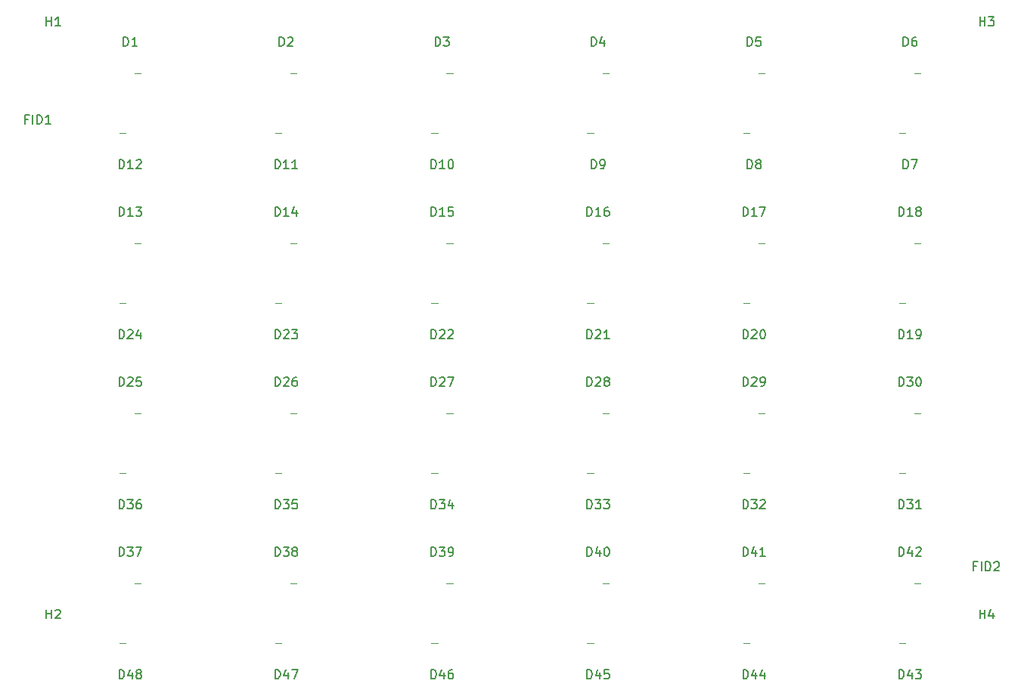
<source format=gbr>
G04 #@! TF.GenerationSoftware,KiCad,Pcbnew,(5.1.4-0-10_14)*
G04 #@! TF.CreationDate,2020-05-02T20:10:57-07:00*
G04 #@! TF.ProjectId,LED_Board_s_,4c45445f-426f-4617-9264-5f735f2e6b69,rev?*
G04 #@! TF.SameCoordinates,Original*
G04 #@! TF.FileFunction,Legend,Top*
G04 #@! TF.FilePolarity,Positive*
%FSLAX46Y46*%
G04 Gerber Fmt 4.6, Leading zero omitted, Abs format (unit mm)*
G04 Created by KiCad (PCBNEW (5.1.4-0-10_14)) date 2020-05-02 20:10:57*
%MOMM*%
%LPD*%
G04 APERTURE LIST*
%ADD10C,0.120000*%
%ADD11C,0.150000*%
G04 APERTURE END LIST*
D10*
X27360000Y-91047500D02*
X28060000Y-91047500D01*
X44820000Y-91047500D02*
X45520000Y-91047500D01*
X62280000Y-91047500D02*
X62980000Y-91047500D01*
X79740000Y-91047500D02*
X80440000Y-91047500D01*
X97200000Y-91047500D02*
X97900000Y-91047500D01*
X114660000Y-91047500D02*
X115360000Y-91047500D01*
X117060000Y-84322500D02*
X116360000Y-84322500D01*
X99600000Y-84322500D02*
X98900000Y-84322500D01*
X82140000Y-84322500D02*
X81440000Y-84322500D01*
X64680000Y-84322500D02*
X63980000Y-84322500D01*
X47220000Y-84322500D02*
X46520000Y-84322500D01*
X29760000Y-84322500D02*
X29060000Y-84322500D01*
X27360000Y-71997500D02*
X28060000Y-71997500D01*
X44820000Y-71997500D02*
X45520000Y-71997500D01*
X62280000Y-71997500D02*
X62980000Y-71997500D01*
X79740000Y-71997500D02*
X80440000Y-71997500D01*
X97200000Y-71997500D02*
X97900000Y-71997500D01*
X114660000Y-71997500D02*
X115360000Y-71997500D01*
X117060000Y-65272500D02*
X116360000Y-65272500D01*
X99600000Y-65272500D02*
X98900000Y-65272500D01*
X82140000Y-65272500D02*
X81440000Y-65272500D01*
X64680000Y-65272500D02*
X63980000Y-65272500D01*
X47220000Y-65272500D02*
X46520000Y-65272500D01*
X29760000Y-65272500D02*
X29060000Y-65272500D01*
X27360000Y-52947500D02*
X28060000Y-52947500D01*
X44820000Y-52947500D02*
X45520000Y-52947500D01*
X62280000Y-52947500D02*
X62980000Y-52947500D01*
X79740000Y-52947500D02*
X80440000Y-52947500D01*
X97200000Y-52947500D02*
X97900000Y-52947500D01*
X114660000Y-52947500D02*
X115360000Y-52947500D01*
X117060000Y-46222500D02*
X116360000Y-46222500D01*
X99600000Y-46222500D02*
X98900000Y-46222500D01*
X82140000Y-46222500D02*
X81440000Y-46222500D01*
X64680000Y-46222500D02*
X63980000Y-46222500D01*
X47220000Y-46222500D02*
X46520000Y-46222500D01*
X29760000Y-46222500D02*
X29060000Y-46222500D01*
X27360000Y-33897500D02*
X28060000Y-33897500D01*
X44820000Y-33897500D02*
X45520000Y-33897500D01*
X62280000Y-33897500D02*
X62980000Y-33897500D01*
X79740000Y-33897500D02*
X80440000Y-33897500D01*
X97200000Y-33897500D02*
X97900000Y-33897500D01*
X114660000Y-33897500D02*
X115360000Y-33897500D01*
X117060000Y-27172500D02*
X116360000Y-27172500D01*
X99600000Y-27172500D02*
X98900000Y-27172500D01*
X82140000Y-27172500D02*
X81440000Y-27172500D01*
X64680000Y-27172500D02*
X63980000Y-27172500D01*
X47220000Y-27172500D02*
X46520000Y-27172500D01*
X29760000Y-27172500D02*
X29060000Y-27172500D01*
D11*
X123698096Y-21862379D02*
X123698096Y-20862379D01*
X123698096Y-21338570D02*
X124269524Y-21338570D01*
X124269524Y-21862379D02*
X124269524Y-20862379D01*
X124650477Y-20862379D02*
X125269524Y-20862379D01*
X124936191Y-21243332D01*
X125079048Y-21243332D01*
X125174286Y-21290951D01*
X125221905Y-21338570D01*
X125269524Y-21433808D01*
X125269524Y-21671903D01*
X125221905Y-21767141D01*
X125174286Y-21814760D01*
X125079048Y-21862379D01*
X124793334Y-21862379D01*
X124698096Y-21814760D01*
X124650477Y-21767141D01*
X123338571Y-82388571D02*
X123005238Y-82388571D01*
X123005238Y-82912380D02*
X123005238Y-81912380D01*
X123481428Y-81912380D01*
X123862380Y-82912380D02*
X123862380Y-81912380D01*
X124338571Y-82912380D02*
X124338571Y-81912380D01*
X124576666Y-81912380D01*
X124719523Y-81960000D01*
X124814761Y-82055238D01*
X124862380Y-82150476D01*
X124910000Y-82340952D01*
X124910000Y-82483809D01*
X124862380Y-82674285D01*
X124814761Y-82769523D01*
X124719523Y-82864761D01*
X124576666Y-82912380D01*
X124338571Y-82912380D01*
X125290952Y-82007619D02*
X125338571Y-81960000D01*
X125433809Y-81912380D01*
X125671904Y-81912380D01*
X125767142Y-81960000D01*
X125814761Y-82007619D01*
X125862380Y-82102857D01*
X125862380Y-82198095D01*
X125814761Y-82340952D01*
X125243333Y-82912380D01*
X125862380Y-82912380D01*
X17138571Y-32318571D02*
X16805238Y-32318571D01*
X16805238Y-32842380D02*
X16805238Y-31842380D01*
X17281428Y-31842380D01*
X17662380Y-32842380D02*
X17662380Y-31842380D01*
X18138571Y-32842380D02*
X18138571Y-31842380D01*
X18376666Y-31842380D01*
X18519523Y-31890000D01*
X18614761Y-31985238D01*
X18662380Y-32080476D01*
X18710000Y-32270952D01*
X18710000Y-32413809D01*
X18662380Y-32604285D01*
X18614761Y-32699523D01*
X18519523Y-32794761D01*
X18376666Y-32842380D01*
X18138571Y-32842380D01*
X19662380Y-32842380D02*
X19090952Y-32842380D01*
X19376666Y-32842380D02*
X19376666Y-31842380D01*
X19281428Y-31985238D01*
X19186190Y-32080476D01*
X19090952Y-32128095D01*
X123698096Y-88262381D02*
X123698096Y-87262381D01*
X123698096Y-87738572D02*
X124269524Y-87738572D01*
X124269524Y-88262381D02*
X124269524Y-87262381D01*
X125174286Y-87595715D02*
X125174286Y-88262381D01*
X124936191Y-87214762D02*
X124698096Y-87929048D01*
X125317143Y-87929048D01*
X19198094Y-88262381D02*
X19198094Y-87262381D01*
X19198094Y-87738572D02*
X19769522Y-87738572D01*
X19769522Y-88262381D02*
X19769522Y-87262381D01*
X20198094Y-87357620D02*
X20245713Y-87310001D01*
X20340951Y-87262381D01*
X20579046Y-87262381D01*
X20674284Y-87310001D01*
X20721903Y-87357620D01*
X20769522Y-87452858D01*
X20769522Y-87548096D01*
X20721903Y-87690953D01*
X20150475Y-88262381D01*
X20769522Y-88262381D01*
X19198094Y-21862379D02*
X19198094Y-20862379D01*
X19198094Y-21338570D02*
X19769522Y-21338570D01*
X19769522Y-21862379D02*
X19769522Y-20862379D01*
X20769522Y-21862379D02*
X20198094Y-21862379D01*
X20483808Y-21862379D02*
X20483808Y-20862379D01*
X20388570Y-21005237D01*
X20293332Y-21100475D01*
X20198094Y-21148094D01*
X27345714Y-95009880D02*
X27345714Y-94009880D01*
X27583809Y-94009880D01*
X27726666Y-94057500D01*
X27821904Y-94152738D01*
X27869523Y-94247976D01*
X27917142Y-94438452D01*
X27917142Y-94581309D01*
X27869523Y-94771785D01*
X27821904Y-94867023D01*
X27726666Y-94962261D01*
X27583809Y-95009880D01*
X27345714Y-95009880D01*
X28774285Y-94343214D02*
X28774285Y-95009880D01*
X28536190Y-93962261D02*
X28298095Y-94676547D01*
X28917142Y-94676547D01*
X29440952Y-94438452D02*
X29345714Y-94390833D01*
X29298095Y-94343214D01*
X29250476Y-94247976D01*
X29250476Y-94200357D01*
X29298095Y-94105119D01*
X29345714Y-94057500D01*
X29440952Y-94009880D01*
X29631428Y-94009880D01*
X29726666Y-94057500D01*
X29774285Y-94105119D01*
X29821904Y-94200357D01*
X29821904Y-94247976D01*
X29774285Y-94343214D01*
X29726666Y-94390833D01*
X29631428Y-94438452D01*
X29440952Y-94438452D01*
X29345714Y-94486071D01*
X29298095Y-94533690D01*
X29250476Y-94628928D01*
X29250476Y-94819404D01*
X29298095Y-94914642D01*
X29345714Y-94962261D01*
X29440952Y-95009880D01*
X29631428Y-95009880D01*
X29726666Y-94962261D01*
X29774285Y-94914642D01*
X29821904Y-94819404D01*
X29821904Y-94628928D01*
X29774285Y-94533690D01*
X29726666Y-94486071D01*
X29631428Y-94438452D01*
X44805714Y-95009880D02*
X44805714Y-94009880D01*
X45043809Y-94009880D01*
X45186666Y-94057500D01*
X45281904Y-94152738D01*
X45329523Y-94247976D01*
X45377142Y-94438452D01*
X45377142Y-94581309D01*
X45329523Y-94771785D01*
X45281904Y-94867023D01*
X45186666Y-94962261D01*
X45043809Y-95009880D01*
X44805714Y-95009880D01*
X46234285Y-94343214D02*
X46234285Y-95009880D01*
X45996190Y-93962261D02*
X45758095Y-94676547D01*
X46377142Y-94676547D01*
X46662857Y-94009880D02*
X47329523Y-94009880D01*
X46900952Y-95009880D01*
X62265714Y-95009880D02*
X62265714Y-94009880D01*
X62503809Y-94009880D01*
X62646666Y-94057500D01*
X62741904Y-94152738D01*
X62789523Y-94247976D01*
X62837142Y-94438452D01*
X62837142Y-94581309D01*
X62789523Y-94771785D01*
X62741904Y-94867023D01*
X62646666Y-94962261D01*
X62503809Y-95009880D01*
X62265714Y-95009880D01*
X63694285Y-94343214D02*
X63694285Y-95009880D01*
X63456190Y-93962261D02*
X63218095Y-94676547D01*
X63837142Y-94676547D01*
X64646666Y-94009880D02*
X64456190Y-94009880D01*
X64360952Y-94057500D01*
X64313333Y-94105119D01*
X64218095Y-94247976D01*
X64170476Y-94438452D01*
X64170476Y-94819404D01*
X64218095Y-94914642D01*
X64265714Y-94962261D01*
X64360952Y-95009880D01*
X64551428Y-95009880D01*
X64646666Y-94962261D01*
X64694285Y-94914642D01*
X64741904Y-94819404D01*
X64741904Y-94581309D01*
X64694285Y-94486071D01*
X64646666Y-94438452D01*
X64551428Y-94390833D01*
X64360952Y-94390833D01*
X64265714Y-94438452D01*
X64218095Y-94486071D01*
X64170476Y-94581309D01*
X79725714Y-95009880D02*
X79725714Y-94009880D01*
X79963809Y-94009880D01*
X80106666Y-94057500D01*
X80201904Y-94152738D01*
X80249523Y-94247976D01*
X80297142Y-94438452D01*
X80297142Y-94581309D01*
X80249523Y-94771785D01*
X80201904Y-94867023D01*
X80106666Y-94962261D01*
X79963809Y-95009880D01*
X79725714Y-95009880D01*
X81154285Y-94343214D02*
X81154285Y-95009880D01*
X80916190Y-93962261D02*
X80678095Y-94676547D01*
X81297142Y-94676547D01*
X82154285Y-94009880D02*
X81678095Y-94009880D01*
X81630476Y-94486071D01*
X81678095Y-94438452D01*
X81773333Y-94390833D01*
X82011428Y-94390833D01*
X82106666Y-94438452D01*
X82154285Y-94486071D01*
X82201904Y-94581309D01*
X82201904Y-94819404D01*
X82154285Y-94914642D01*
X82106666Y-94962261D01*
X82011428Y-95009880D01*
X81773333Y-95009880D01*
X81678095Y-94962261D01*
X81630476Y-94914642D01*
X97185714Y-95009880D02*
X97185714Y-94009880D01*
X97423809Y-94009880D01*
X97566666Y-94057500D01*
X97661904Y-94152738D01*
X97709523Y-94247976D01*
X97757142Y-94438452D01*
X97757142Y-94581309D01*
X97709523Y-94771785D01*
X97661904Y-94867023D01*
X97566666Y-94962261D01*
X97423809Y-95009880D01*
X97185714Y-95009880D01*
X98614285Y-94343214D02*
X98614285Y-95009880D01*
X98376190Y-93962261D02*
X98138095Y-94676547D01*
X98757142Y-94676547D01*
X99566666Y-94343214D02*
X99566666Y-95009880D01*
X99328571Y-93962261D02*
X99090476Y-94676547D01*
X99709523Y-94676547D01*
X114645714Y-95009880D02*
X114645714Y-94009880D01*
X114883809Y-94009880D01*
X115026666Y-94057500D01*
X115121904Y-94152738D01*
X115169523Y-94247976D01*
X115217142Y-94438452D01*
X115217142Y-94581309D01*
X115169523Y-94771785D01*
X115121904Y-94867023D01*
X115026666Y-94962261D01*
X114883809Y-95009880D01*
X114645714Y-95009880D01*
X116074285Y-94343214D02*
X116074285Y-95009880D01*
X115836190Y-93962261D02*
X115598095Y-94676547D01*
X116217142Y-94676547D01*
X116502857Y-94009880D02*
X117121904Y-94009880D01*
X116788571Y-94390833D01*
X116931428Y-94390833D01*
X117026666Y-94438452D01*
X117074285Y-94486071D01*
X117121904Y-94581309D01*
X117121904Y-94819404D01*
X117074285Y-94914642D01*
X117026666Y-94962261D01*
X116931428Y-95009880D01*
X116645714Y-95009880D01*
X116550476Y-94962261D01*
X116502857Y-94914642D01*
X114645714Y-81264880D02*
X114645714Y-80264880D01*
X114883809Y-80264880D01*
X115026666Y-80312500D01*
X115121904Y-80407738D01*
X115169523Y-80502976D01*
X115217142Y-80693452D01*
X115217142Y-80836309D01*
X115169523Y-81026785D01*
X115121904Y-81122023D01*
X115026666Y-81217261D01*
X114883809Y-81264880D01*
X114645714Y-81264880D01*
X116074285Y-80598214D02*
X116074285Y-81264880D01*
X115836190Y-80217261D02*
X115598095Y-80931547D01*
X116217142Y-80931547D01*
X116550476Y-80360119D02*
X116598095Y-80312500D01*
X116693333Y-80264880D01*
X116931428Y-80264880D01*
X117026666Y-80312500D01*
X117074285Y-80360119D01*
X117121904Y-80455357D01*
X117121904Y-80550595D01*
X117074285Y-80693452D01*
X116502857Y-81264880D01*
X117121904Y-81264880D01*
X97185714Y-81264880D02*
X97185714Y-80264880D01*
X97423809Y-80264880D01*
X97566666Y-80312500D01*
X97661904Y-80407738D01*
X97709523Y-80502976D01*
X97757142Y-80693452D01*
X97757142Y-80836309D01*
X97709523Y-81026785D01*
X97661904Y-81122023D01*
X97566666Y-81217261D01*
X97423809Y-81264880D01*
X97185714Y-81264880D01*
X98614285Y-80598214D02*
X98614285Y-81264880D01*
X98376190Y-80217261D02*
X98138095Y-80931547D01*
X98757142Y-80931547D01*
X99661904Y-81264880D02*
X99090476Y-81264880D01*
X99376190Y-81264880D02*
X99376190Y-80264880D01*
X99280952Y-80407738D01*
X99185714Y-80502976D01*
X99090476Y-80550595D01*
X79725714Y-81264880D02*
X79725714Y-80264880D01*
X79963809Y-80264880D01*
X80106666Y-80312500D01*
X80201904Y-80407738D01*
X80249523Y-80502976D01*
X80297142Y-80693452D01*
X80297142Y-80836309D01*
X80249523Y-81026785D01*
X80201904Y-81122023D01*
X80106666Y-81217261D01*
X79963809Y-81264880D01*
X79725714Y-81264880D01*
X81154285Y-80598214D02*
X81154285Y-81264880D01*
X80916190Y-80217261D02*
X80678095Y-80931547D01*
X81297142Y-80931547D01*
X81868571Y-80264880D02*
X81963809Y-80264880D01*
X82059047Y-80312500D01*
X82106666Y-80360119D01*
X82154285Y-80455357D01*
X82201904Y-80645833D01*
X82201904Y-80883928D01*
X82154285Y-81074404D01*
X82106666Y-81169642D01*
X82059047Y-81217261D01*
X81963809Y-81264880D01*
X81868571Y-81264880D01*
X81773333Y-81217261D01*
X81725714Y-81169642D01*
X81678095Y-81074404D01*
X81630476Y-80883928D01*
X81630476Y-80645833D01*
X81678095Y-80455357D01*
X81725714Y-80360119D01*
X81773333Y-80312500D01*
X81868571Y-80264880D01*
X62265714Y-81264880D02*
X62265714Y-80264880D01*
X62503809Y-80264880D01*
X62646666Y-80312500D01*
X62741904Y-80407738D01*
X62789523Y-80502976D01*
X62837142Y-80693452D01*
X62837142Y-80836309D01*
X62789523Y-81026785D01*
X62741904Y-81122023D01*
X62646666Y-81217261D01*
X62503809Y-81264880D01*
X62265714Y-81264880D01*
X63170476Y-80264880D02*
X63789523Y-80264880D01*
X63456190Y-80645833D01*
X63599047Y-80645833D01*
X63694285Y-80693452D01*
X63741904Y-80741071D01*
X63789523Y-80836309D01*
X63789523Y-81074404D01*
X63741904Y-81169642D01*
X63694285Y-81217261D01*
X63599047Y-81264880D01*
X63313333Y-81264880D01*
X63218095Y-81217261D01*
X63170476Y-81169642D01*
X64265714Y-81264880D02*
X64456190Y-81264880D01*
X64551428Y-81217261D01*
X64599047Y-81169642D01*
X64694285Y-81026785D01*
X64741904Y-80836309D01*
X64741904Y-80455357D01*
X64694285Y-80360119D01*
X64646666Y-80312500D01*
X64551428Y-80264880D01*
X64360952Y-80264880D01*
X64265714Y-80312500D01*
X64218095Y-80360119D01*
X64170476Y-80455357D01*
X64170476Y-80693452D01*
X64218095Y-80788690D01*
X64265714Y-80836309D01*
X64360952Y-80883928D01*
X64551428Y-80883928D01*
X64646666Y-80836309D01*
X64694285Y-80788690D01*
X64741904Y-80693452D01*
X44805714Y-81264880D02*
X44805714Y-80264880D01*
X45043809Y-80264880D01*
X45186666Y-80312500D01*
X45281904Y-80407738D01*
X45329523Y-80502976D01*
X45377142Y-80693452D01*
X45377142Y-80836309D01*
X45329523Y-81026785D01*
X45281904Y-81122023D01*
X45186666Y-81217261D01*
X45043809Y-81264880D01*
X44805714Y-81264880D01*
X45710476Y-80264880D02*
X46329523Y-80264880D01*
X45996190Y-80645833D01*
X46139047Y-80645833D01*
X46234285Y-80693452D01*
X46281904Y-80741071D01*
X46329523Y-80836309D01*
X46329523Y-81074404D01*
X46281904Y-81169642D01*
X46234285Y-81217261D01*
X46139047Y-81264880D01*
X45853333Y-81264880D01*
X45758095Y-81217261D01*
X45710476Y-81169642D01*
X46900952Y-80693452D02*
X46805714Y-80645833D01*
X46758095Y-80598214D01*
X46710476Y-80502976D01*
X46710476Y-80455357D01*
X46758095Y-80360119D01*
X46805714Y-80312500D01*
X46900952Y-80264880D01*
X47091428Y-80264880D01*
X47186666Y-80312500D01*
X47234285Y-80360119D01*
X47281904Y-80455357D01*
X47281904Y-80502976D01*
X47234285Y-80598214D01*
X47186666Y-80645833D01*
X47091428Y-80693452D01*
X46900952Y-80693452D01*
X46805714Y-80741071D01*
X46758095Y-80788690D01*
X46710476Y-80883928D01*
X46710476Y-81074404D01*
X46758095Y-81169642D01*
X46805714Y-81217261D01*
X46900952Y-81264880D01*
X47091428Y-81264880D01*
X47186666Y-81217261D01*
X47234285Y-81169642D01*
X47281904Y-81074404D01*
X47281904Y-80883928D01*
X47234285Y-80788690D01*
X47186666Y-80741071D01*
X47091428Y-80693452D01*
X27345714Y-81264880D02*
X27345714Y-80264880D01*
X27583809Y-80264880D01*
X27726666Y-80312500D01*
X27821904Y-80407738D01*
X27869523Y-80502976D01*
X27917142Y-80693452D01*
X27917142Y-80836309D01*
X27869523Y-81026785D01*
X27821904Y-81122023D01*
X27726666Y-81217261D01*
X27583809Y-81264880D01*
X27345714Y-81264880D01*
X28250476Y-80264880D02*
X28869523Y-80264880D01*
X28536190Y-80645833D01*
X28679047Y-80645833D01*
X28774285Y-80693452D01*
X28821904Y-80741071D01*
X28869523Y-80836309D01*
X28869523Y-81074404D01*
X28821904Y-81169642D01*
X28774285Y-81217261D01*
X28679047Y-81264880D01*
X28393333Y-81264880D01*
X28298095Y-81217261D01*
X28250476Y-81169642D01*
X29202857Y-80264880D02*
X29869523Y-80264880D01*
X29440952Y-81264880D01*
X27345714Y-75959880D02*
X27345714Y-74959880D01*
X27583809Y-74959880D01*
X27726666Y-75007500D01*
X27821904Y-75102738D01*
X27869523Y-75197976D01*
X27917142Y-75388452D01*
X27917142Y-75531309D01*
X27869523Y-75721785D01*
X27821904Y-75817023D01*
X27726666Y-75912261D01*
X27583809Y-75959880D01*
X27345714Y-75959880D01*
X28250476Y-74959880D02*
X28869523Y-74959880D01*
X28536190Y-75340833D01*
X28679047Y-75340833D01*
X28774285Y-75388452D01*
X28821904Y-75436071D01*
X28869523Y-75531309D01*
X28869523Y-75769404D01*
X28821904Y-75864642D01*
X28774285Y-75912261D01*
X28679047Y-75959880D01*
X28393333Y-75959880D01*
X28298095Y-75912261D01*
X28250476Y-75864642D01*
X29726666Y-74959880D02*
X29536190Y-74959880D01*
X29440952Y-75007500D01*
X29393333Y-75055119D01*
X29298095Y-75197976D01*
X29250476Y-75388452D01*
X29250476Y-75769404D01*
X29298095Y-75864642D01*
X29345714Y-75912261D01*
X29440952Y-75959880D01*
X29631428Y-75959880D01*
X29726666Y-75912261D01*
X29774285Y-75864642D01*
X29821904Y-75769404D01*
X29821904Y-75531309D01*
X29774285Y-75436071D01*
X29726666Y-75388452D01*
X29631428Y-75340833D01*
X29440952Y-75340833D01*
X29345714Y-75388452D01*
X29298095Y-75436071D01*
X29250476Y-75531309D01*
X44805714Y-75959880D02*
X44805714Y-74959880D01*
X45043809Y-74959880D01*
X45186666Y-75007500D01*
X45281904Y-75102738D01*
X45329523Y-75197976D01*
X45377142Y-75388452D01*
X45377142Y-75531309D01*
X45329523Y-75721785D01*
X45281904Y-75817023D01*
X45186666Y-75912261D01*
X45043809Y-75959880D01*
X44805714Y-75959880D01*
X45710476Y-74959880D02*
X46329523Y-74959880D01*
X45996190Y-75340833D01*
X46139047Y-75340833D01*
X46234285Y-75388452D01*
X46281904Y-75436071D01*
X46329523Y-75531309D01*
X46329523Y-75769404D01*
X46281904Y-75864642D01*
X46234285Y-75912261D01*
X46139047Y-75959880D01*
X45853333Y-75959880D01*
X45758095Y-75912261D01*
X45710476Y-75864642D01*
X47234285Y-74959880D02*
X46758095Y-74959880D01*
X46710476Y-75436071D01*
X46758095Y-75388452D01*
X46853333Y-75340833D01*
X47091428Y-75340833D01*
X47186666Y-75388452D01*
X47234285Y-75436071D01*
X47281904Y-75531309D01*
X47281904Y-75769404D01*
X47234285Y-75864642D01*
X47186666Y-75912261D01*
X47091428Y-75959880D01*
X46853333Y-75959880D01*
X46758095Y-75912261D01*
X46710476Y-75864642D01*
X62265714Y-75959880D02*
X62265714Y-74959880D01*
X62503809Y-74959880D01*
X62646666Y-75007500D01*
X62741904Y-75102738D01*
X62789523Y-75197976D01*
X62837142Y-75388452D01*
X62837142Y-75531309D01*
X62789523Y-75721785D01*
X62741904Y-75817023D01*
X62646666Y-75912261D01*
X62503809Y-75959880D01*
X62265714Y-75959880D01*
X63170476Y-74959880D02*
X63789523Y-74959880D01*
X63456190Y-75340833D01*
X63599047Y-75340833D01*
X63694285Y-75388452D01*
X63741904Y-75436071D01*
X63789523Y-75531309D01*
X63789523Y-75769404D01*
X63741904Y-75864642D01*
X63694285Y-75912261D01*
X63599047Y-75959880D01*
X63313333Y-75959880D01*
X63218095Y-75912261D01*
X63170476Y-75864642D01*
X64646666Y-75293214D02*
X64646666Y-75959880D01*
X64408571Y-74912261D02*
X64170476Y-75626547D01*
X64789523Y-75626547D01*
X79725714Y-75959880D02*
X79725714Y-74959880D01*
X79963809Y-74959880D01*
X80106666Y-75007500D01*
X80201904Y-75102738D01*
X80249523Y-75197976D01*
X80297142Y-75388452D01*
X80297142Y-75531309D01*
X80249523Y-75721785D01*
X80201904Y-75817023D01*
X80106666Y-75912261D01*
X79963809Y-75959880D01*
X79725714Y-75959880D01*
X80630476Y-74959880D02*
X81249523Y-74959880D01*
X80916190Y-75340833D01*
X81059047Y-75340833D01*
X81154285Y-75388452D01*
X81201904Y-75436071D01*
X81249523Y-75531309D01*
X81249523Y-75769404D01*
X81201904Y-75864642D01*
X81154285Y-75912261D01*
X81059047Y-75959880D01*
X80773333Y-75959880D01*
X80678095Y-75912261D01*
X80630476Y-75864642D01*
X81582857Y-74959880D02*
X82201904Y-74959880D01*
X81868571Y-75340833D01*
X82011428Y-75340833D01*
X82106666Y-75388452D01*
X82154285Y-75436071D01*
X82201904Y-75531309D01*
X82201904Y-75769404D01*
X82154285Y-75864642D01*
X82106666Y-75912261D01*
X82011428Y-75959880D01*
X81725714Y-75959880D01*
X81630476Y-75912261D01*
X81582857Y-75864642D01*
X97185714Y-75959880D02*
X97185714Y-74959880D01*
X97423809Y-74959880D01*
X97566666Y-75007500D01*
X97661904Y-75102738D01*
X97709523Y-75197976D01*
X97757142Y-75388452D01*
X97757142Y-75531309D01*
X97709523Y-75721785D01*
X97661904Y-75817023D01*
X97566666Y-75912261D01*
X97423809Y-75959880D01*
X97185714Y-75959880D01*
X98090476Y-74959880D02*
X98709523Y-74959880D01*
X98376190Y-75340833D01*
X98519047Y-75340833D01*
X98614285Y-75388452D01*
X98661904Y-75436071D01*
X98709523Y-75531309D01*
X98709523Y-75769404D01*
X98661904Y-75864642D01*
X98614285Y-75912261D01*
X98519047Y-75959880D01*
X98233333Y-75959880D01*
X98138095Y-75912261D01*
X98090476Y-75864642D01*
X99090476Y-75055119D02*
X99138095Y-75007500D01*
X99233333Y-74959880D01*
X99471428Y-74959880D01*
X99566666Y-75007500D01*
X99614285Y-75055119D01*
X99661904Y-75150357D01*
X99661904Y-75245595D01*
X99614285Y-75388452D01*
X99042857Y-75959880D01*
X99661904Y-75959880D01*
X114645714Y-75959880D02*
X114645714Y-74959880D01*
X114883809Y-74959880D01*
X115026666Y-75007500D01*
X115121904Y-75102738D01*
X115169523Y-75197976D01*
X115217142Y-75388452D01*
X115217142Y-75531309D01*
X115169523Y-75721785D01*
X115121904Y-75817023D01*
X115026666Y-75912261D01*
X114883809Y-75959880D01*
X114645714Y-75959880D01*
X115550476Y-74959880D02*
X116169523Y-74959880D01*
X115836190Y-75340833D01*
X115979047Y-75340833D01*
X116074285Y-75388452D01*
X116121904Y-75436071D01*
X116169523Y-75531309D01*
X116169523Y-75769404D01*
X116121904Y-75864642D01*
X116074285Y-75912261D01*
X115979047Y-75959880D01*
X115693333Y-75959880D01*
X115598095Y-75912261D01*
X115550476Y-75864642D01*
X117121904Y-75959880D02*
X116550476Y-75959880D01*
X116836190Y-75959880D02*
X116836190Y-74959880D01*
X116740952Y-75102738D01*
X116645714Y-75197976D01*
X116550476Y-75245595D01*
X114645714Y-62214880D02*
X114645714Y-61214880D01*
X114883809Y-61214880D01*
X115026666Y-61262500D01*
X115121904Y-61357738D01*
X115169523Y-61452976D01*
X115217142Y-61643452D01*
X115217142Y-61786309D01*
X115169523Y-61976785D01*
X115121904Y-62072023D01*
X115026666Y-62167261D01*
X114883809Y-62214880D01*
X114645714Y-62214880D01*
X115550476Y-61214880D02*
X116169523Y-61214880D01*
X115836190Y-61595833D01*
X115979047Y-61595833D01*
X116074285Y-61643452D01*
X116121904Y-61691071D01*
X116169523Y-61786309D01*
X116169523Y-62024404D01*
X116121904Y-62119642D01*
X116074285Y-62167261D01*
X115979047Y-62214880D01*
X115693333Y-62214880D01*
X115598095Y-62167261D01*
X115550476Y-62119642D01*
X116788571Y-61214880D02*
X116883809Y-61214880D01*
X116979047Y-61262500D01*
X117026666Y-61310119D01*
X117074285Y-61405357D01*
X117121904Y-61595833D01*
X117121904Y-61833928D01*
X117074285Y-62024404D01*
X117026666Y-62119642D01*
X116979047Y-62167261D01*
X116883809Y-62214880D01*
X116788571Y-62214880D01*
X116693333Y-62167261D01*
X116645714Y-62119642D01*
X116598095Y-62024404D01*
X116550476Y-61833928D01*
X116550476Y-61595833D01*
X116598095Y-61405357D01*
X116645714Y-61310119D01*
X116693333Y-61262500D01*
X116788571Y-61214880D01*
X97185714Y-62214880D02*
X97185714Y-61214880D01*
X97423809Y-61214880D01*
X97566666Y-61262500D01*
X97661904Y-61357738D01*
X97709523Y-61452976D01*
X97757142Y-61643452D01*
X97757142Y-61786309D01*
X97709523Y-61976785D01*
X97661904Y-62072023D01*
X97566666Y-62167261D01*
X97423809Y-62214880D01*
X97185714Y-62214880D01*
X98138095Y-61310119D02*
X98185714Y-61262500D01*
X98280952Y-61214880D01*
X98519047Y-61214880D01*
X98614285Y-61262500D01*
X98661904Y-61310119D01*
X98709523Y-61405357D01*
X98709523Y-61500595D01*
X98661904Y-61643452D01*
X98090476Y-62214880D01*
X98709523Y-62214880D01*
X99185714Y-62214880D02*
X99376190Y-62214880D01*
X99471428Y-62167261D01*
X99519047Y-62119642D01*
X99614285Y-61976785D01*
X99661904Y-61786309D01*
X99661904Y-61405357D01*
X99614285Y-61310119D01*
X99566666Y-61262500D01*
X99471428Y-61214880D01*
X99280952Y-61214880D01*
X99185714Y-61262500D01*
X99138095Y-61310119D01*
X99090476Y-61405357D01*
X99090476Y-61643452D01*
X99138095Y-61738690D01*
X99185714Y-61786309D01*
X99280952Y-61833928D01*
X99471428Y-61833928D01*
X99566666Y-61786309D01*
X99614285Y-61738690D01*
X99661904Y-61643452D01*
X79725714Y-62214880D02*
X79725714Y-61214880D01*
X79963809Y-61214880D01*
X80106666Y-61262500D01*
X80201904Y-61357738D01*
X80249523Y-61452976D01*
X80297142Y-61643452D01*
X80297142Y-61786309D01*
X80249523Y-61976785D01*
X80201904Y-62072023D01*
X80106666Y-62167261D01*
X79963809Y-62214880D01*
X79725714Y-62214880D01*
X80678095Y-61310119D02*
X80725714Y-61262500D01*
X80820952Y-61214880D01*
X81059047Y-61214880D01*
X81154285Y-61262500D01*
X81201904Y-61310119D01*
X81249523Y-61405357D01*
X81249523Y-61500595D01*
X81201904Y-61643452D01*
X80630476Y-62214880D01*
X81249523Y-62214880D01*
X81820952Y-61643452D02*
X81725714Y-61595833D01*
X81678095Y-61548214D01*
X81630476Y-61452976D01*
X81630476Y-61405357D01*
X81678095Y-61310119D01*
X81725714Y-61262500D01*
X81820952Y-61214880D01*
X82011428Y-61214880D01*
X82106666Y-61262500D01*
X82154285Y-61310119D01*
X82201904Y-61405357D01*
X82201904Y-61452976D01*
X82154285Y-61548214D01*
X82106666Y-61595833D01*
X82011428Y-61643452D01*
X81820952Y-61643452D01*
X81725714Y-61691071D01*
X81678095Y-61738690D01*
X81630476Y-61833928D01*
X81630476Y-62024404D01*
X81678095Y-62119642D01*
X81725714Y-62167261D01*
X81820952Y-62214880D01*
X82011428Y-62214880D01*
X82106666Y-62167261D01*
X82154285Y-62119642D01*
X82201904Y-62024404D01*
X82201904Y-61833928D01*
X82154285Y-61738690D01*
X82106666Y-61691071D01*
X82011428Y-61643452D01*
X62265714Y-62214880D02*
X62265714Y-61214880D01*
X62503809Y-61214880D01*
X62646666Y-61262500D01*
X62741904Y-61357738D01*
X62789523Y-61452976D01*
X62837142Y-61643452D01*
X62837142Y-61786309D01*
X62789523Y-61976785D01*
X62741904Y-62072023D01*
X62646666Y-62167261D01*
X62503809Y-62214880D01*
X62265714Y-62214880D01*
X63218095Y-61310119D02*
X63265714Y-61262500D01*
X63360952Y-61214880D01*
X63599047Y-61214880D01*
X63694285Y-61262500D01*
X63741904Y-61310119D01*
X63789523Y-61405357D01*
X63789523Y-61500595D01*
X63741904Y-61643452D01*
X63170476Y-62214880D01*
X63789523Y-62214880D01*
X64122857Y-61214880D02*
X64789523Y-61214880D01*
X64360952Y-62214880D01*
X44805714Y-62214880D02*
X44805714Y-61214880D01*
X45043809Y-61214880D01*
X45186666Y-61262500D01*
X45281904Y-61357738D01*
X45329523Y-61452976D01*
X45377142Y-61643452D01*
X45377142Y-61786309D01*
X45329523Y-61976785D01*
X45281904Y-62072023D01*
X45186666Y-62167261D01*
X45043809Y-62214880D01*
X44805714Y-62214880D01*
X45758095Y-61310119D02*
X45805714Y-61262500D01*
X45900952Y-61214880D01*
X46139047Y-61214880D01*
X46234285Y-61262500D01*
X46281904Y-61310119D01*
X46329523Y-61405357D01*
X46329523Y-61500595D01*
X46281904Y-61643452D01*
X45710476Y-62214880D01*
X46329523Y-62214880D01*
X47186666Y-61214880D02*
X46996190Y-61214880D01*
X46900952Y-61262500D01*
X46853333Y-61310119D01*
X46758095Y-61452976D01*
X46710476Y-61643452D01*
X46710476Y-62024404D01*
X46758095Y-62119642D01*
X46805714Y-62167261D01*
X46900952Y-62214880D01*
X47091428Y-62214880D01*
X47186666Y-62167261D01*
X47234285Y-62119642D01*
X47281904Y-62024404D01*
X47281904Y-61786309D01*
X47234285Y-61691071D01*
X47186666Y-61643452D01*
X47091428Y-61595833D01*
X46900952Y-61595833D01*
X46805714Y-61643452D01*
X46758095Y-61691071D01*
X46710476Y-61786309D01*
X27345714Y-62214880D02*
X27345714Y-61214880D01*
X27583809Y-61214880D01*
X27726666Y-61262500D01*
X27821904Y-61357738D01*
X27869523Y-61452976D01*
X27917142Y-61643452D01*
X27917142Y-61786309D01*
X27869523Y-61976785D01*
X27821904Y-62072023D01*
X27726666Y-62167261D01*
X27583809Y-62214880D01*
X27345714Y-62214880D01*
X28298095Y-61310119D02*
X28345714Y-61262500D01*
X28440952Y-61214880D01*
X28679047Y-61214880D01*
X28774285Y-61262500D01*
X28821904Y-61310119D01*
X28869523Y-61405357D01*
X28869523Y-61500595D01*
X28821904Y-61643452D01*
X28250476Y-62214880D01*
X28869523Y-62214880D01*
X29774285Y-61214880D02*
X29298095Y-61214880D01*
X29250476Y-61691071D01*
X29298095Y-61643452D01*
X29393333Y-61595833D01*
X29631428Y-61595833D01*
X29726666Y-61643452D01*
X29774285Y-61691071D01*
X29821904Y-61786309D01*
X29821904Y-62024404D01*
X29774285Y-62119642D01*
X29726666Y-62167261D01*
X29631428Y-62214880D01*
X29393333Y-62214880D01*
X29298095Y-62167261D01*
X29250476Y-62119642D01*
X27345714Y-56909880D02*
X27345714Y-55909880D01*
X27583809Y-55909880D01*
X27726666Y-55957500D01*
X27821904Y-56052738D01*
X27869523Y-56147976D01*
X27917142Y-56338452D01*
X27917142Y-56481309D01*
X27869523Y-56671785D01*
X27821904Y-56767023D01*
X27726666Y-56862261D01*
X27583809Y-56909880D01*
X27345714Y-56909880D01*
X28298095Y-56005119D02*
X28345714Y-55957500D01*
X28440952Y-55909880D01*
X28679047Y-55909880D01*
X28774285Y-55957500D01*
X28821904Y-56005119D01*
X28869523Y-56100357D01*
X28869523Y-56195595D01*
X28821904Y-56338452D01*
X28250476Y-56909880D01*
X28869523Y-56909880D01*
X29726666Y-56243214D02*
X29726666Y-56909880D01*
X29488571Y-55862261D02*
X29250476Y-56576547D01*
X29869523Y-56576547D01*
X44805714Y-56909880D02*
X44805714Y-55909880D01*
X45043809Y-55909880D01*
X45186666Y-55957500D01*
X45281904Y-56052738D01*
X45329523Y-56147976D01*
X45377142Y-56338452D01*
X45377142Y-56481309D01*
X45329523Y-56671785D01*
X45281904Y-56767023D01*
X45186666Y-56862261D01*
X45043809Y-56909880D01*
X44805714Y-56909880D01*
X45758095Y-56005119D02*
X45805714Y-55957500D01*
X45900952Y-55909880D01*
X46139047Y-55909880D01*
X46234285Y-55957500D01*
X46281904Y-56005119D01*
X46329523Y-56100357D01*
X46329523Y-56195595D01*
X46281904Y-56338452D01*
X45710476Y-56909880D01*
X46329523Y-56909880D01*
X46662857Y-55909880D02*
X47281904Y-55909880D01*
X46948571Y-56290833D01*
X47091428Y-56290833D01*
X47186666Y-56338452D01*
X47234285Y-56386071D01*
X47281904Y-56481309D01*
X47281904Y-56719404D01*
X47234285Y-56814642D01*
X47186666Y-56862261D01*
X47091428Y-56909880D01*
X46805714Y-56909880D01*
X46710476Y-56862261D01*
X46662857Y-56814642D01*
X62265714Y-56909880D02*
X62265714Y-55909880D01*
X62503809Y-55909880D01*
X62646666Y-55957500D01*
X62741904Y-56052738D01*
X62789523Y-56147976D01*
X62837142Y-56338452D01*
X62837142Y-56481309D01*
X62789523Y-56671785D01*
X62741904Y-56767023D01*
X62646666Y-56862261D01*
X62503809Y-56909880D01*
X62265714Y-56909880D01*
X63218095Y-56005119D02*
X63265714Y-55957500D01*
X63360952Y-55909880D01*
X63599047Y-55909880D01*
X63694285Y-55957500D01*
X63741904Y-56005119D01*
X63789523Y-56100357D01*
X63789523Y-56195595D01*
X63741904Y-56338452D01*
X63170476Y-56909880D01*
X63789523Y-56909880D01*
X64170476Y-56005119D02*
X64218095Y-55957500D01*
X64313333Y-55909880D01*
X64551428Y-55909880D01*
X64646666Y-55957500D01*
X64694285Y-56005119D01*
X64741904Y-56100357D01*
X64741904Y-56195595D01*
X64694285Y-56338452D01*
X64122857Y-56909880D01*
X64741904Y-56909880D01*
X79725714Y-56909880D02*
X79725714Y-55909880D01*
X79963809Y-55909880D01*
X80106666Y-55957500D01*
X80201904Y-56052738D01*
X80249523Y-56147976D01*
X80297142Y-56338452D01*
X80297142Y-56481309D01*
X80249523Y-56671785D01*
X80201904Y-56767023D01*
X80106666Y-56862261D01*
X79963809Y-56909880D01*
X79725714Y-56909880D01*
X80678095Y-56005119D02*
X80725714Y-55957500D01*
X80820952Y-55909880D01*
X81059047Y-55909880D01*
X81154285Y-55957500D01*
X81201904Y-56005119D01*
X81249523Y-56100357D01*
X81249523Y-56195595D01*
X81201904Y-56338452D01*
X80630476Y-56909880D01*
X81249523Y-56909880D01*
X82201904Y-56909880D02*
X81630476Y-56909880D01*
X81916190Y-56909880D02*
X81916190Y-55909880D01*
X81820952Y-56052738D01*
X81725714Y-56147976D01*
X81630476Y-56195595D01*
X97185714Y-56909880D02*
X97185714Y-55909880D01*
X97423809Y-55909880D01*
X97566666Y-55957500D01*
X97661904Y-56052738D01*
X97709523Y-56147976D01*
X97757142Y-56338452D01*
X97757142Y-56481309D01*
X97709523Y-56671785D01*
X97661904Y-56767023D01*
X97566666Y-56862261D01*
X97423809Y-56909880D01*
X97185714Y-56909880D01*
X98138095Y-56005119D02*
X98185714Y-55957500D01*
X98280952Y-55909880D01*
X98519047Y-55909880D01*
X98614285Y-55957500D01*
X98661904Y-56005119D01*
X98709523Y-56100357D01*
X98709523Y-56195595D01*
X98661904Y-56338452D01*
X98090476Y-56909880D01*
X98709523Y-56909880D01*
X99328571Y-55909880D02*
X99423809Y-55909880D01*
X99519047Y-55957500D01*
X99566666Y-56005119D01*
X99614285Y-56100357D01*
X99661904Y-56290833D01*
X99661904Y-56528928D01*
X99614285Y-56719404D01*
X99566666Y-56814642D01*
X99519047Y-56862261D01*
X99423809Y-56909880D01*
X99328571Y-56909880D01*
X99233333Y-56862261D01*
X99185714Y-56814642D01*
X99138095Y-56719404D01*
X99090476Y-56528928D01*
X99090476Y-56290833D01*
X99138095Y-56100357D01*
X99185714Y-56005119D01*
X99233333Y-55957500D01*
X99328571Y-55909880D01*
X114645714Y-56909880D02*
X114645714Y-55909880D01*
X114883809Y-55909880D01*
X115026666Y-55957500D01*
X115121904Y-56052738D01*
X115169523Y-56147976D01*
X115217142Y-56338452D01*
X115217142Y-56481309D01*
X115169523Y-56671785D01*
X115121904Y-56767023D01*
X115026666Y-56862261D01*
X114883809Y-56909880D01*
X114645714Y-56909880D01*
X116169523Y-56909880D02*
X115598095Y-56909880D01*
X115883809Y-56909880D02*
X115883809Y-55909880D01*
X115788571Y-56052738D01*
X115693333Y-56147976D01*
X115598095Y-56195595D01*
X116645714Y-56909880D02*
X116836190Y-56909880D01*
X116931428Y-56862261D01*
X116979047Y-56814642D01*
X117074285Y-56671785D01*
X117121904Y-56481309D01*
X117121904Y-56100357D01*
X117074285Y-56005119D01*
X117026666Y-55957500D01*
X116931428Y-55909880D01*
X116740952Y-55909880D01*
X116645714Y-55957500D01*
X116598095Y-56005119D01*
X116550476Y-56100357D01*
X116550476Y-56338452D01*
X116598095Y-56433690D01*
X116645714Y-56481309D01*
X116740952Y-56528928D01*
X116931428Y-56528928D01*
X117026666Y-56481309D01*
X117074285Y-56433690D01*
X117121904Y-56338452D01*
X114645714Y-43164880D02*
X114645714Y-42164880D01*
X114883809Y-42164880D01*
X115026666Y-42212500D01*
X115121904Y-42307738D01*
X115169523Y-42402976D01*
X115217142Y-42593452D01*
X115217142Y-42736309D01*
X115169523Y-42926785D01*
X115121904Y-43022023D01*
X115026666Y-43117261D01*
X114883809Y-43164880D01*
X114645714Y-43164880D01*
X116169523Y-43164880D02*
X115598095Y-43164880D01*
X115883809Y-43164880D02*
X115883809Y-42164880D01*
X115788571Y-42307738D01*
X115693333Y-42402976D01*
X115598095Y-42450595D01*
X116740952Y-42593452D02*
X116645714Y-42545833D01*
X116598095Y-42498214D01*
X116550476Y-42402976D01*
X116550476Y-42355357D01*
X116598095Y-42260119D01*
X116645714Y-42212500D01*
X116740952Y-42164880D01*
X116931428Y-42164880D01*
X117026666Y-42212500D01*
X117074285Y-42260119D01*
X117121904Y-42355357D01*
X117121904Y-42402976D01*
X117074285Y-42498214D01*
X117026666Y-42545833D01*
X116931428Y-42593452D01*
X116740952Y-42593452D01*
X116645714Y-42641071D01*
X116598095Y-42688690D01*
X116550476Y-42783928D01*
X116550476Y-42974404D01*
X116598095Y-43069642D01*
X116645714Y-43117261D01*
X116740952Y-43164880D01*
X116931428Y-43164880D01*
X117026666Y-43117261D01*
X117074285Y-43069642D01*
X117121904Y-42974404D01*
X117121904Y-42783928D01*
X117074285Y-42688690D01*
X117026666Y-42641071D01*
X116931428Y-42593452D01*
X97185714Y-43164880D02*
X97185714Y-42164880D01*
X97423809Y-42164880D01*
X97566666Y-42212500D01*
X97661904Y-42307738D01*
X97709523Y-42402976D01*
X97757142Y-42593452D01*
X97757142Y-42736309D01*
X97709523Y-42926785D01*
X97661904Y-43022023D01*
X97566666Y-43117261D01*
X97423809Y-43164880D01*
X97185714Y-43164880D01*
X98709523Y-43164880D02*
X98138095Y-43164880D01*
X98423809Y-43164880D02*
X98423809Y-42164880D01*
X98328571Y-42307738D01*
X98233333Y-42402976D01*
X98138095Y-42450595D01*
X99042857Y-42164880D02*
X99709523Y-42164880D01*
X99280952Y-43164880D01*
X79725714Y-43164880D02*
X79725714Y-42164880D01*
X79963809Y-42164880D01*
X80106666Y-42212500D01*
X80201904Y-42307738D01*
X80249523Y-42402976D01*
X80297142Y-42593452D01*
X80297142Y-42736309D01*
X80249523Y-42926785D01*
X80201904Y-43022023D01*
X80106666Y-43117261D01*
X79963809Y-43164880D01*
X79725714Y-43164880D01*
X81249523Y-43164880D02*
X80678095Y-43164880D01*
X80963809Y-43164880D02*
X80963809Y-42164880D01*
X80868571Y-42307738D01*
X80773333Y-42402976D01*
X80678095Y-42450595D01*
X82106666Y-42164880D02*
X81916190Y-42164880D01*
X81820952Y-42212500D01*
X81773333Y-42260119D01*
X81678095Y-42402976D01*
X81630476Y-42593452D01*
X81630476Y-42974404D01*
X81678095Y-43069642D01*
X81725714Y-43117261D01*
X81820952Y-43164880D01*
X82011428Y-43164880D01*
X82106666Y-43117261D01*
X82154285Y-43069642D01*
X82201904Y-42974404D01*
X82201904Y-42736309D01*
X82154285Y-42641071D01*
X82106666Y-42593452D01*
X82011428Y-42545833D01*
X81820952Y-42545833D01*
X81725714Y-42593452D01*
X81678095Y-42641071D01*
X81630476Y-42736309D01*
X62265714Y-43164880D02*
X62265714Y-42164880D01*
X62503809Y-42164880D01*
X62646666Y-42212500D01*
X62741904Y-42307738D01*
X62789523Y-42402976D01*
X62837142Y-42593452D01*
X62837142Y-42736309D01*
X62789523Y-42926785D01*
X62741904Y-43022023D01*
X62646666Y-43117261D01*
X62503809Y-43164880D01*
X62265714Y-43164880D01*
X63789523Y-43164880D02*
X63218095Y-43164880D01*
X63503809Y-43164880D02*
X63503809Y-42164880D01*
X63408571Y-42307738D01*
X63313333Y-42402976D01*
X63218095Y-42450595D01*
X64694285Y-42164880D02*
X64218095Y-42164880D01*
X64170476Y-42641071D01*
X64218095Y-42593452D01*
X64313333Y-42545833D01*
X64551428Y-42545833D01*
X64646666Y-42593452D01*
X64694285Y-42641071D01*
X64741904Y-42736309D01*
X64741904Y-42974404D01*
X64694285Y-43069642D01*
X64646666Y-43117261D01*
X64551428Y-43164880D01*
X64313333Y-43164880D01*
X64218095Y-43117261D01*
X64170476Y-43069642D01*
X44805714Y-43164880D02*
X44805714Y-42164880D01*
X45043809Y-42164880D01*
X45186666Y-42212500D01*
X45281904Y-42307738D01*
X45329523Y-42402976D01*
X45377142Y-42593452D01*
X45377142Y-42736309D01*
X45329523Y-42926785D01*
X45281904Y-43022023D01*
X45186666Y-43117261D01*
X45043809Y-43164880D01*
X44805714Y-43164880D01*
X46329523Y-43164880D02*
X45758095Y-43164880D01*
X46043809Y-43164880D02*
X46043809Y-42164880D01*
X45948571Y-42307738D01*
X45853333Y-42402976D01*
X45758095Y-42450595D01*
X47186666Y-42498214D02*
X47186666Y-43164880D01*
X46948571Y-42117261D02*
X46710476Y-42831547D01*
X47329523Y-42831547D01*
X27345714Y-43164880D02*
X27345714Y-42164880D01*
X27583809Y-42164880D01*
X27726666Y-42212500D01*
X27821904Y-42307738D01*
X27869523Y-42402976D01*
X27917142Y-42593452D01*
X27917142Y-42736309D01*
X27869523Y-42926785D01*
X27821904Y-43022023D01*
X27726666Y-43117261D01*
X27583809Y-43164880D01*
X27345714Y-43164880D01*
X28869523Y-43164880D02*
X28298095Y-43164880D01*
X28583809Y-43164880D02*
X28583809Y-42164880D01*
X28488571Y-42307738D01*
X28393333Y-42402976D01*
X28298095Y-42450595D01*
X29202857Y-42164880D02*
X29821904Y-42164880D01*
X29488571Y-42545833D01*
X29631428Y-42545833D01*
X29726666Y-42593452D01*
X29774285Y-42641071D01*
X29821904Y-42736309D01*
X29821904Y-42974404D01*
X29774285Y-43069642D01*
X29726666Y-43117261D01*
X29631428Y-43164880D01*
X29345714Y-43164880D01*
X29250476Y-43117261D01*
X29202857Y-43069642D01*
X27345714Y-37859880D02*
X27345714Y-36859880D01*
X27583809Y-36859880D01*
X27726666Y-36907500D01*
X27821904Y-37002738D01*
X27869523Y-37097976D01*
X27917142Y-37288452D01*
X27917142Y-37431309D01*
X27869523Y-37621785D01*
X27821904Y-37717023D01*
X27726666Y-37812261D01*
X27583809Y-37859880D01*
X27345714Y-37859880D01*
X28869523Y-37859880D02*
X28298095Y-37859880D01*
X28583809Y-37859880D02*
X28583809Y-36859880D01*
X28488571Y-37002738D01*
X28393333Y-37097976D01*
X28298095Y-37145595D01*
X29250476Y-36955119D02*
X29298095Y-36907500D01*
X29393333Y-36859880D01*
X29631428Y-36859880D01*
X29726666Y-36907500D01*
X29774285Y-36955119D01*
X29821904Y-37050357D01*
X29821904Y-37145595D01*
X29774285Y-37288452D01*
X29202857Y-37859880D01*
X29821904Y-37859880D01*
X44805714Y-37859880D02*
X44805714Y-36859880D01*
X45043809Y-36859880D01*
X45186666Y-36907500D01*
X45281904Y-37002738D01*
X45329523Y-37097976D01*
X45377142Y-37288452D01*
X45377142Y-37431309D01*
X45329523Y-37621785D01*
X45281904Y-37717023D01*
X45186666Y-37812261D01*
X45043809Y-37859880D01*
X44805714Y-37859880D01*
X46329523Y-37859880D02*
X45758095Y-37859880D01*
X46043809Y-37859880D02*
X46043809Y-36859880D01*
X45948571Y-37002738D01*
X45853333Y-37097976D01*
X45758095Y-37145595D01*
X47281904Y-37859880D02*
X46710476Y-37859880D01*
X46996190Y-37859880D02*
X46996190Y-36859880D01*
X46900952Y-37002738D01*
X46805714Y-37097976D01*
X46710476Y-37145595D01*
X62265714Y-37859880D02*
X62265714Y-36859880D01*
X62503809Y-36859880D01*
X62646666Y-36907500D01*
X62741904Y-37002738D01*
X62789523Y-37097976D01*
X62837142Y-37288452D01*
X62837142Y-37431309D01*
X62789523Y-37621785D01*
X62741904Y-37717023D01*
X62646666Y-37812261D01*
X62503809Y-37859880D01*
X62265714Y-37859880D01*
X63789523Y-37859880D02*
X63218095Y-37859880D01*
X63503809Y-37859880D02*
X63503809Y-36859880D01*
X63408571Y-37002738D01*
X63313333Y-37097976D01*
X63218095Y-37145595D01*
X64408571Y-36859880D02*
X64503809Y-36859880D01*
X64599047Y-36907500D01*
X64646666Y-36955119D01*
X64694285Y-37050357D01*
X64741904Y-37240833D01*
X64741904Y-37478928D01*
X64694285Y-37669404D01*
X64646666Y-37764642D01*
X64599047Y-37812261D01*
X64503809Y-37859880D01*
X64408571Y-37859880D01*
X64313333Y-37812261D01*
X64265714Y-37764642D01*
X64218095Y-37669404D01*
X64170476Y-37478928D01*
X64170476Y-37240833D01*
X64218095Y-37050357D01*
X64265714Y-36955119D01*
X64313333Y-36907500D01*
X64408571Y-36859880D01*
X80201904Y-37859880D02*
X80201904Y-36859880D01*
X80440000Y-36859880D01*
X80582857Y-36907500D01*
X80678095Y-37002738D01*
X80725714Y-37097976D01*
X80773333Y-37288452D01*
X80773333Y-37431309D01*
X80725714Y-37621785D01*
X80678095Y-37717023D01*
X80582857Y-37812261D01*
X80440000Y-37859880D01*
X80201904Y-37859880D01*
X81249523Y-37859880D02*
X81440000Y-37859880D01*
X81535238Y-37812261D01*
X81582857Y-37764642D01*
X81678095Y-37621785D01*
X81725714Y-37431309D01*
X81725714Y-37050357D01*
X81678095Y-36955119D01*
X81630476Y-36907500D01*
X81535238Y-36859880D01*
X81344761Y-36859880D01*
X81249523Y-36907500D01*
X81201904Y-36955119D01*
X81154285Y-37050357D01*
X81154285Y-37288452D01*
X81201904Y-37383690D01*
X81249523Y-37431309D01*
X81344761Y-37478928D01*
X81535238Y-37478928D01*
X81630476Y-37431309D01*
X81678095Y-37383690D01*
X81725714Y-37288452D01*
X97661904Y-37859880D02*
X97661904Y-36859880D01*
X97900000Y-36859880D01*
X98042857Y-36907500D01*
X98138095Y-37002738D01*
X98185714Y-37097976D01*
X98233333Y-37288452D01*
X98233333Y-37431309D01*
X98185714Y-37621785D01*
X98138095Y-37717023D01*
X98042857Y-37812261D01*
X97900000Y-37859880D01*
X97661904Y-37859880D01*
X98804761Y-37288452D02*
X98709523Y-37240833D01*
X98661904Y-37193214D01*
X98614285Y-37097976D01*
X98614285Y-37050357D01*
X98661904Y-36955119D01*
X98709523Y-36907500D01*
X98804761Y-36859880D01*
X98995238Y-36859880D01*
X99090476Y-36907500D01*
X99138095Y-36955119D01*
X99185714Y-37050357D01*
X99185714Y-37097976D01*
X99138095Y-37193214D01*
X99090476Y-37240833D01*
X98995238Y-37288452D01*
X98804761Y-37288452D01*
X98709523Y-37336071D01*
X98661904Y-37383690D01*
X98614285Y-37478928D01*
X98614285Y-37669404D01*
X98661904Y-37764642D01*
X98709523Y-37812261D01*
X98804761Y-37859880D01*
X98995238Y-37859880D01*
X99090476Y-37812261D01*
X99138095Y-37764642D01*
X99185714Y-37669404D01*
X99185714Y-37478928D01*
X99138095Y-37383690D01*
X99090476Y-37336071D01*
X98995238Y-37288452D01*
X115121904Y-37859880D02*
X115121904Y-36859880D01*
X115360000Y-36859880D01*
X115502857Y-36907500D01*
X115598095Y-37002738D01*
X115645714Y-37097976D01*
X115693333Y-37288452D01*
X115693333Y-37431309D01*
X115645714Y-37621785D01*
X115598095Y-37717023D01*
X115502857Y-37812261D01*
X115360000Y-37859880D01*
X115121904Y-37859880D01*
X116026666Y-36859880D02*
X116693333Y-36859880D01*
X116264761Y-37859880D01*
X115121904Y-24114880D02*
X115121904Y-23114880D01*
X115360000Y-23114880D01*
X115502857Y-23162500D01*
X115598095Y-23257738D01*
X115645714Y-23352976D01*
X115693333Y-23543452D01*
X115693333Y-23686309D01*
X115645714Y-23876785D01*
X115598095Y-23972023D01*
X115502857Y-24067261D01*
X115360000Y-24114880D01*
X115121904Y-24114880D01*
X116550476Y-23114880D02*
X116360000Y-23114880D01*
X116264761Y-23162500D01*
X116217142Y-23210119D01*
X116121904Y-23352976D01*
X116074285Y-23543452D01*
X116074285Y-23924404D01*
X116121904Y-24019642D01*
X116169523Y-24067261D01*
X116264761Y-24114880D01*
X116455238Y-24114880D01*
X116550476Y-24067261D01*
X116598095Y-24019642D01*
X116645714Y-23924404D01*
X116645714Y-23686309D01*
X116598095Y-23591071D01*
X116550476Y-23543452D01*
X116455238Y-23495833D01*
X116264761Y-23495833D01*
X116169523Y-23543452D01*
X116121904Y-23591071D01*
X116074285Y-23686309D01*
X97661904Y-24114880D02*
X97661904Y-23114880D01*
X97900000Y-23114880D01*
X98042857Y-23162500D01*
X98138095Y-23257738D01*
X98185714Y-23352976D01*
X98233333Y-23543452D01*
X98233333Y-23686309D01*
X98185714Y-23876785D01*
X98138095Y-23972023D01*
X98042857Y-24067261D01*
X97900000Y-24114880D01*
X97661904Y-24114880D01*
X99138095Y-23114880D02*
X98661904Y-23114880D01*
X98614285Y-23591071D01*
X98661904Y-23543452D01*
X98757142Y-23495833D01*
X98995238Y-23495833D01*
X99090476Y-23543452D01*
X99138095Y-23591071D01*
X99185714Y-23686309D01*
X99185714Y-23924404D01*
X99138095Y-24019642D01*
X99090476Y-24067261D01*
X98995238Y-24114880D01*
X98757142Y-24114880D01*
X98661904Y-24067261D01*
X98614285Y-24019642D01*
X80201904Y-24114880D02*
X80201904Y-23114880D01*
X80440000Y-23114880D01*
X80582857Y-23162500D01*
X80678095Y-23257738D01*
X80725714Y-23352976D01*
X80773333Y-23543452D01*
X80773333Y-23686309D01*
X80725714Y-23876785D01*
X80678095Y-23972023D01*
X80582857Y-24067261D01*
X80440000Y-24114880D01*
X80201904Y-24114880D01*
X81630476Y-23448214D02*
X81630476Y-24114880D01*
X81392380Y-23067261D02*
X81154285Y-23781547D01*
X81773333Y-23781547D01*
X62741904Y-24114880D02*
X62741904Y-23114880D01*
X62980000Y-23114880D01*
X63122857Y-23162500D01*
X63218095Y-23257738D01*
X63265714Y-23352976D01*
X63313333Y-23543452D01*
X63313333Y-23686309D01*
X63265714Y-23876785D01*
X63218095Y-23972023D01*
X63122857Y-24067261D01*
X62980000Y-24114880D01*
X62741904Y-24114880D01*
X63646666Y-23114880D02*
X64265714Y-23114880D01*
X63932380Y-23495833D01*
X64075238Y-23495833D01*
X64170476Y-23543452D01*
X64218095Y-23591071D01*
X64265714Y-23686309D01*
X64265714Y-23924404D01*
X64218095Y-24019642D01*
X64170476Y-24067261D01*
X64075238Y-24114880D01*
X63789523Y-24114880D01*
X63694285Y-24067261D01*
X63646666Y-24019642D01*
X45281904Y-24114880D02*
X45281904Y-23114880D01*
X45520000Y-23114880D01*
X45662857Y-23162500D01*
X45758095Y-23257738D01*
X45805714Y-23352976D01*
X45853333Y-23543452D01*
X45853333Y-23686309D01*
X45805714Y-23876785D01*
X45758095Y-23972023D01*
X45662857Y-24067261D01*
X45520000Y-24114880D01*
X45281904Y-24114880D01*
X46234285Y-23210119D02*
X46281904Y-23162500D01*
X46377142Y-23114880D01*
X46615238Y-23114880D01*
X46710476Y-23162500D01*
X46758095Y-23210119D01*
X46805714Y-23305357D01*
X46805714Y-23400595D01*
X46758095Y-23543452D01*
X46186666Y-24114880D01*
X46805714Y-24114880D01*
X27821904Y-24114880D02*
X27821904Y-23114880D01*
X28060000Y-23114880D01*
X28202857Y-23162500D01*
X28298095Y-23257738D01*
X28345714Y-23352976D01*
X28393333Y-23543452D01*
X28393333Y-23686309D01*
X28345714Y-23876785D01*
X28298095Y-23972023D01*
X28202857Y-24067261D01*
X28060000Y-24114880D01*
X27821904Y-24114880D01*
X29345714Y-24114880D02*
X28774285Y-24114880D01*
X29060000Y-24114880D02*
X29060000Y-23114880D01*
X28964761Y-23257738D01*
X28869523Y-23352976D01*
X28774285Y-23400595D01*
M02*

</source>
